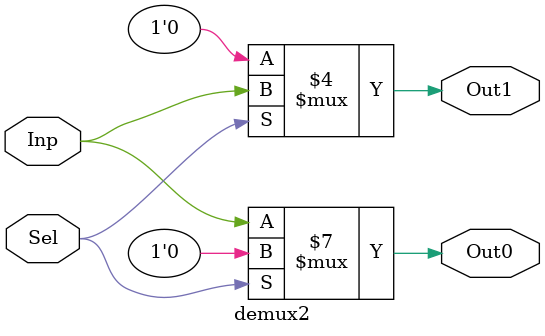
<source format=v>
`timescale 1 ns / 1 ps

	module demux2 (
		input wire Inp, Sel,
		output reg Out0, Out1
	);
	
	always @(*)
	begin
		if (Sel == 0)
			begin
				Out0 = Inp;
				Out1 = 0;
			end
		else
			begin
				Out1 = Inp;
				Out0 = 0;
			end
	end

endmodule

</source>
